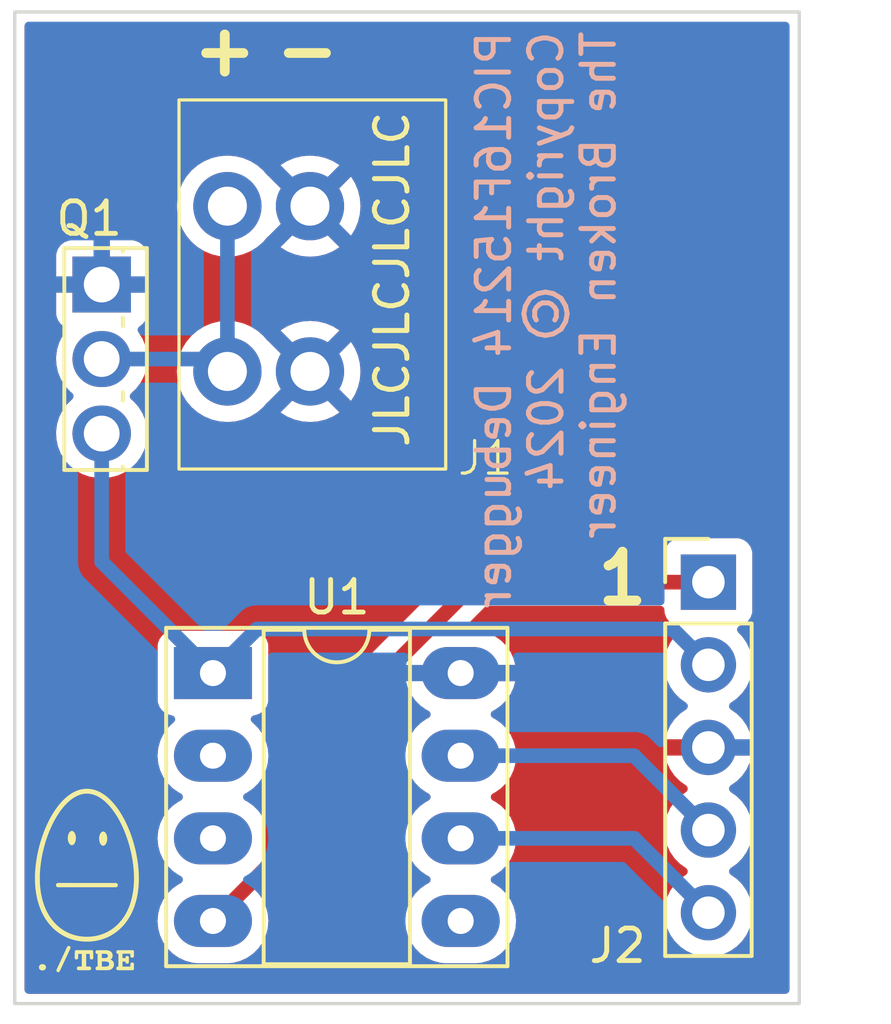
<source format=kicad_pcb>
(kicad_pcb (version 20221018) (generator pcbnew)
  (title_block (title "PIC16F15214 Programmer/Debugger") (rev "1.0-A"))
  (layers (0 "F.Cu" signal) (31 "B.Cu" signal) (34 "B.Paste" user) (35 "F.Paste" user) (36 "B.SilkS" user "B.Silkscreen") (37 "F.SilkS" user "F.Silkscreen") (38 "B.Mask" user) (39 "F.Mask" user) (44 "Edge.Cuts" user))
  (net 0 "")
  (net 1 "+5V")
  (net 2 "GND")
  (net 3 "/~{NMCLR}")
  (net 4 "/PDG")
  (net 5 "/PGC")
  (net 9 "/VIN_{5V}")
  (footprint "Footprints:5-Pin-Header" (layer "F.Cu") (at 154.701129 100.076)
    (fp_text reference "J2" (at -2.794 11.176) (layer "F.SilkS"))
    (fp_text value "5-Pin-Header")
    (fp_line (start -1.33 -1.33) (end 0 -1.33) (stroke (width 0.12)) (layer "F.SilkS"))
    (fp_line (start -1.33 0) (end -1.33 -1.33) (stroke (width 0.12)) (layer "F.SilkS"))
    (fp_line (start -1.33 1.27) (end -1.33 11.49) (stroke (width 0.12)) (layer "F.SilkS"))
    (fp_line (start -1.33 1.27) (end 1.33 1.27) (stroke (width 0.12)) (layer "F.SilkS"))
    (fp_line (start -1.33 11.49) (end 1.33 11.49) (stroke (width 0.12)) (layer "F.SilkS"))
    (fp_line (start 1.33 1.27) (end 1.33 11.49) (stroke (width 0.12)) (layer "F.SilkS"))
    (pad "1" thru_hole rect (at 0 0) (size 1.7 1.7) (drill 1) (layers "*.Cu" "*.Mask") (net 3 "/~{NMCLR}"))
    (pad "2" thru_hole oval (at 0 2.54) (size 1.7 1.7) (drill 1) (layers "*.Cu" "*.Mask") (net 1 "+5V"))
    (pad "3" thru_hole oval (at 0 5.08) (size 1.7 1.7) (drill 1) (layers "*.Cu" "*.Mask") (net 2 "GND"))
    (pad "4" thru_hole oval (at 0 7.62) (size 1.7 1.7) (drill 1) (layers "*.Cu" "*.Mask") (net 4 "/PDG"))
    (pad "5" thru_hole oval (at 0 10.16) (size 1.7 1.7) (drill 1) (layers "*.Cu" "*.Mask") (net 5 "/PGC"))
  )
  (footprint "Footprints:DIP-8_W7.62mm_Socket_Wire_Wrap" (layer "F.Cu") (at 139.461129 102.87)
    (fp_text reference "U1" (at 3.81 -2.33) (layer "F.SilkS"))
    (fp_text value "PIC16F15214")
    (fp_line (start -1.44 -1.39) (end -1.44 9.01) (stroke (width 0.12)) (layer "F.SilkS"))
    (fp_line (start -1.44 9.01) (end 9.06 9.01) (stroke (width 0.12)) (layer "F.SilkS"))
    (fp_line (start 1.56 -1.33) (end 1.56 8.95) (stroke (width 0.12)) (layer "F.SilkS"))
    (fp_line (start 1.56 8.95) (end 6.06 8.95) (stroke (width 0.12)) (layer "F.SilkS"))
    (fp_line (start 2.81 -1.33) (end 1.56 -1.33) (stroke (width 0.12)) (layer "F.SilkS"))
    (fp_line (start 6.06 -1.33) (end 4.81 -1.33) (stroke (width 0.12)) (layer "F.SilkS"))
    (fp_line (start 6.06 8.95) (end 6.06 -1.33) (stroke (width 0.12)) (layer "F.SilkS"))
    (fp_line (start 9.06 -1.39) (end -1.44 -1.39) (stroke (width 0.12)) (layer "F.SilkS"))
    (fp_line (start 9.06 9.01) (end 9.06 -1.39) (stroke (width 0.12)) (layer "F.SilkS"))
    (fp_arc (start 4.81 -1.33) (mid 3.81 -0.33) (end 2.81 -1.33) (stroke (width 0.12)) (layer "F.SilkS"))
    (pad "1" thru_hole rect (at 0 0) (size 2.4 1.6) (drill 0.8) (layers "*.Cu" "*.Mask") (net 1 "+5V"))
    (pad "2" thru_hole oval (at 0 2.54) (size 2.4 1.6) (drill 0.8) (layers "*.Cu" "*.Mask"))
    (pad "3" thru_hole oval (at 0 5.08) (size 2.4 1.6) (drill 0.8) (layers "*.Cu" "*.Mask"))
    (pad "4" thru_hole oval (at 0 7.62) (size 2.4 1.6) (drill 0.8) (layers "*.Cu" "*.Mask") (net 3 "/~{NMCLR}"))
    (pad "5" thru_hole oval (at 7.62 7.62) (size 2.4 1.6) (drill 0.8) (layers "*.Cu" "*.Mask"))
    (pad "6" thru_hole oval (at 7.62 5.08) (size 2.4 1.6) (drill 0.8) (layers "*.Cu" "*.Mask") (net 5 "/PGC"))
    (pad "7" thru_hole oval (at 7.62 2.54) (size 2.4 1.6) (drill 0.8) (layers "*.Cu" "*.Mask") (net 4 "/PDG"))
    (pad "8" thru_hole oval (at 7.62 0) (size 2.4 1.6) (drill 0.8) (layers "*.Cu" "*.Mask") (net 2 "GND"))
  )
  (footprint "Footprints:AOI21357" (layer "F.Cu") (at 136.039129 90.928 -90)
    (fp_text reference "Q1" (at -2.028 0.388 -180) (layer "F.SilkS"))
    (fp_text value "AOI21357")
    (fp_line (start -1.12 -1.39) (end -1.12 1.15) (stroke (width 0.12)) (layer "F.SilkS"))
    (fp_line (start -1.12 -1.39) (end 5.7 -1.39) (stroke (width 0.12)) (layer "F.SilkS"))
    (fp_line (start -1.12 -0.651) (end -1.009 -0.651) (stroke (width 0.12)) (layer "F.SilkS"))
    (fp_line (start -1.12 1.15) (end 5.7 1.15) (stroke (width 0.12)) (layer "F.SilkS"))
    (fp_line (start 1.009 -0.651) (end 1.282 -0.651) (stroke (width 0.12)) (layer "F.SilkS"))
    (fp_line (start 3.299 -0.651) (end 3.572 -0.651) (stroke (width 0.12)) (layer "F.SilkS"))
    (fp_line (start 5.589 -0.651) (end 5.7 -0.651) (stroke (width 0.12)) (layer "F.SilkS"))
    (fp_line (start 5.7 -1.39) (end 5.7 1.15) (stroke (width 0.12)) (layer "F.SilkS"))
    (pad "1" thru_hole rect (at 0 0 270) (size 1.7175 1.8) (drill 1.1) (layers "*.Cu" "*.Mask") (net 2 "GND"))
    (pad "2" thru_hole oval (at 2.29 0 270) (size 1.7175 1.8) (drill 1.1) (layers "*.Cu" "*.Mask") (net 9 "/VIN_{5V}"))
    (pad "3" thru_hole oval (at 4.58 0 270) (size 1.7175 1.8) (drill 1.1) (layers "*.Cu" "*.Mask") (net 1 "+5V"))
  )
  (footprint "Footprints:TBE Logo Small" (layer "F.Cu") (at 135.397129 109.728)
    (fp_text reference "G***" hide)
    (fp_text value "LOGO" hide)
    (fp_poly (pts (xy -1.171465 2.088268) (xy -1.157068 2.08959) (xy -1.146514 2.091656) (xy -1.128329 2.097954) (xy -1.112432 2.106649) (xy -1.098961 2.117581) (xy -1.088051 2.13059) (xy -1.079839 2.145516) (xy -1.07446 2.1622) (xy -1.072141 2.178803) (xy -1.072558 2.197578) (xy -1.076081 2.215065) (xy -1.082573 2.231063) (xy -1.091899 2.245369) (xy -1.103924 2.257782) (xy -1.11851 2.268099) (xy -1.135524 2.276117) (xy -1.138157 2.277068) (xy -1.144728 2.279227) (xy -1.150476 2.280714) (xy -1.156391 2.281675) (xy -1.163462 2.282259) (xy -1.172681 2.282614) (xy -1.175831 2.282694) (xy -1.190799 2.282708) (xy -1.202434 2.281967) (xy -1.209158 2.280875) (xy -1.227626 2.275097) (xy -1.244027 2.266837) (xy -1.258176 2.256266) (xy -1.269887 2.243558) (xy -1.278978 2.228887) (xy -1.285262 2.212425) (xy -1.286262 2.208528) (xy -1.287927 2.197477) (xy -1.288348 2.184829) (xy -1.287587 2.171886) (xy -1.285705 2.159947) (xy -1.283637 2.152557) (xy -1.276295 2.136915) (xy -1.266148 2.123002) (xy -1.253464 2.111052) (xy -1.238513 2.1013) (xy -1.221563 2.09398) (xy -1.213944 2.091696) (xy -1.201219 2.089322) (xy -1.186621 2.088179)) (fill solid) (layer "F.SilkS"))
    (fp_poly (pts (xy 0.698682 -1.987949) (xy 0.713558 -1.983961) (xy 0.728018 -1.97691) (xy 0.741903 -1.966883) (xy 0.75505 -1.953967) (xy 0.767296 -1.938248) (xy 0.77848 -1.919813) (xy 0.78288 -1.911161) (xy 0.792248 -1.888824) (xy 0.80009 -1.864044) (xy 0.80621 -1.837525) (xy 0.810011 -1.813354) (xy 0.810894 -1.80334) (xy 0.811452 -1.790844) (xy 0.811694 -1.776788) (xy 0.811626 -1.762092) (xy 0.811255 -1.747677) (xy 0.810588 -1.734463) (xy 0.809631 -1.723372) (xy 0.809315 -1.720787) (xy 0.804824 -1.694491) (xy 0.798619 -1.669704) (xy 0.790831 -1.646644) (xy 0.781587 -1.625526) (xy 0.771018 -1.606567) (xy 0.759252 -1.589985) (xy 0.746419 -1.575995) (xy 0.732647 -1.564815) (xy 0.718066 -1.556661) (xy 0.709629 -1.553508) (xy 0.699269 -1.551251) (xy 0.687878 -1.550302) (xy 0.676825 -1.550693) (xy 0.667484 -1.552454) (xy 0.667296 -1.552513) (xy 0.651688 -1.559158) (xy 0.636904 -1.568959) (xy 0.623076 -1.581721) (xy 0.610332 -1.597255) (xy 0.598805 -1.615366) (xy 0.588623 -1.635864) (xy 0.579917 -1.658556) (xy 0.572818 -1.68325) (xy 0.569978 -1.695962) (xy 0.565141 -1.726413) (xy 0.562872 -1.757133) (xy 0.563111 -1.787731) (xy 0.565796 -1.817817) (xy 0.570867 -1.847001) (xy 0.578263 -1.874893) (xy 0.587924 -1.901102) (xy 0.599788 -1.925238) (xy 0.607712 -1.93822) (xy 0.614816 -1.947663) (xy 0.623567 -1.957302) (xy 0.63316 -1.966384) (xy 0.642792 -1.974158) (xy 0.651658 -1.979875) (xy 0.653191 -1.980667) (xy 0.668337 -1.986389) (xy 0.683555 -1.988787)) (fill solid) (layer "F.SilkS"))
    (fp_poly (pts (xy -0.264391 -2.004856) (xy -0.249603 -2.000745) (xy -0.235099 -1.993246) (xy -0.220831 -1.982348) (xy -0.214066 -1.97592) (xy -0.200724 -1.960253) (xy -0.188712 -1.941704) (xy -0.178156 -1.920589) (xy -0.169182 -1.897225) (xy -0.161915 -1.871928) (xy -0.156481 -1.845015) (xy -0.153658 -1.82371) (xy -0.152818 -1.811999) (xy -0.15242 -1.798114) (xy -0.152438 -1.78296) (xy -0.152847 -1.767441) (xy -0.15362 -1.752462) (xy -0.154732 -1.738927) (xy -0.156158 -1.727742) (xy -0.156428 -1.726147) (xy -0.162333 -1.698704) (xy -0.169963 -1.672938) (xy -0.179148 -1.64934) (xy -0.18972 -1.628399) (xy -0.190928 -1.626333) (xy -0.199085 -1.614312) (xy -0.208953 -1.602527) (xy -0.219815 -1.591681) (xy -0.230956 -1.58248) (xy -0.241659 -1.575626) (xy -0.243385 -1.574744) (xy -0.249934 -1.571656) (xy -0.255125 -1.569679) (xy -0.260168 -1.568533) (xy -0.26627 -1.567937) (xy -0.274148 -1.567628) (xy -0.283744 -1.567555) (xy -0.290973 -1.568046) (xy -0.296854 -1.569202) (xy -0.299962 -1.570186) (xy -0.315507 -1.577506) (xy -0.330143 -1.587942) (xy -0.343755 -1.601281) (xy -0.356227 -1.617313) (xy -0.367443 -1.635829) (xy -0.377286 -1.656616) (xy -0.385641 -1.679464) (xy -0.392392 -1.704164) (xy -0.397421 -1.730504) (xy -0.40005 -1.751783) (xy -0.400961 -1.765878) (xy -0.401285 -1.781938) (xy -0.401052 -1.798888) (xy -0.400294 -1.815651) (xy -0.399042 -1.831152) (xy -0.397368 -1.844072) (xy -0.392052 -1.87006) (xy -0.384889 -1.89515) (xy -0.376123 -1.918623) (xy -0.366 -1.939761) (xy -0.362957 -1.945161) (xy -0.355043 -1.957037) (xy -0.345527 -1.968661) (xy -0.335083 -1.979362) (xy -0.324384 -1.988471) (xy -0.314103 -1.995316) (xy -0.310929 -1.996958) (xy -0.295007 -2.002952) (xy -0.27951 -2.005588)) (fill solid) (layer "F.SilkS"))
    (fp_poly (pts (xy 0.190559 -0.406369) (xy 1.089523 -0.405901) (xy 1.100632 -0.400456) (xy 1.113991 -0.392215) (xy 1.124613 -0.381927) (xy 1.132506 -0.369584) (xy 1.136475 -0.359508) (xy 1.139318 -0.346922) (xy 1.139538 -0.335174) (xy 1.137138 -0.322915) (xy 1.136565 -0.32099) (xy 1.130574 -0.306947) (xy 1.121937 -0.295063) (xy 1.110638 -0.285322) (xy 1.099432 -0.278947) (xy 1.089523 -0.274304) (xy 0.189705 -0.273969) (xy 0.123459 -0.273945) (xy 0.060545 -0.273922) (xy 0.000874 -0.273901) (xy -0.055639 -0.273883) (xy -0.109082 -0.273867) (xy -0.159542 -0.273855) (xy -0.207105 -0.273845) (xy -0.251859 -0.273839) (xy -0.293891 -0.273837) (xy -0.333288 -0.273838) (xy -0.370136 -0.273845) (xy -0.404522 -0.273855) (xy -0.436534 -0.273871) (xy -0.466259 -0.273891) (xy -0.493783 -0.273918) (xy -0.519194 -0.273949) (xy -0.542578 -0.273987) (xy -0.564022 -0.274032) (xy -0.583614 -0.274082) (xy -0.60144 -0.27414) (xy -0.617587 -0.274205) (xy -0.632143 -0.274277) (xy -0.645194 -0.274357) (xy -0.656827 -0.274445) (xy -0.667129 -0.274541) (xy -0.676188 -0.274646) (xy -0.68409 -0.27476) (xy -0.690921 -0.274883) (xy -0.69677 -0.275015) (xy -0.701723 -0.275157) (xy -0.705867 -0.275308) (xy -0.709289 -0.275471) (xy -0.712076 -0.275643) (xy -0.714314 -0.275827) (xy -0.716092 -0.276021) (xy -0.717496 -0.276227) (xy -0.718612 -0.276445) (xy -0.719528 -0.276675) (xy -0.720331 -0.276917) (xy -0.720368 -0.276928) (xy -0.727721 -0.279959) (xy -0.735303 -0.284105) (xy -0.739058 -0.286663) (xy -0.749753 -0.296748) (xy -0.757656 -0.308227) (xy -0.762839 -0.320677) (xy -0.765373 -0.333677) (xy -0.765327 -0.346805) (xy -0.762771 -0.359638) (xy -0.757776 -0.371754) (xy -0.750412 -0.382733) (xy -0.74075 -0.39215) (xy -0.72886 -0.399585) (xy -0.719639 -0.403261) (xy -0.708404 -0.406837)) (fill solid) (layer "F.SilkS"))
    (fp_poly (pts (xy -0.359519 1.530622) (xy -0.35117 1.533677) (xy -0.338236 1.541108) (xy -0.32832 1.550117) (xy -0.321465 1.560594) (xy -0.317718 1.572429) (xy -0.317124 1.585512) (xy -0.319728 1.599733) (xy -0.321655 1.605658) (xy -0.322746 1.608224) (xy -0.325204 1.613713) (xy -0.328949 1.621951) (xy -0.3339 1.632763) (xy -0.339975 1.645978) (xy -0.347095 1.661421) (xy -0.355177 1.678919) (xy -0.364142 1.698297) (xy -0.373908 1.719383) (xy -0.384395 1.742003) (xy -0.395521 1.765983) (xy -0.407206 1.79115) (xy -0.419369 1.81733) (xy -0.43193 1.844349) (xy -0.444806 1.872035) (xy -0.457918 1.900212) (xy -0.471184 1.928709) (xy -0.484525 1.95735) (xy -0.497857 1.985963) (xy -0.511102 2.014375) (xy -0.524178 2.04241) (xy -0.537005 2.069896) (xy -0.5495 2.09666) (xy -0.561584 2.122527) (xy -0.573176 2.147324) (xy -0.584195 2.170878) (xy -0.59456 2.193015) (xy -0.604189 2.213561) (xy -0.613003 2.232342) (xy -0.620921 2.249186) (xy -0.627861 2.263918) (xy -0.633742 2.276365) (xy -0.638485 2.286354) (xy -0.642007 2.29371) (xy -0.644229 2.298261) (xy -0.644691 2.299172) (xy -0.64899 2.306671) (xy -0.653986 2.314224) (xy -0.658694 2.320357) (xy -0.6593 2.321048) (xy -0.667865 2.329146) (xy -0.67663 2.334229) (xy -0.686356 2.33657) (xy -0.697806 2.336443) (xy -0.701055 2.336053) (xy -0.712405 2.333159) (xy -0.723512 2.327926) (xy -0.733557 2.320912) (xy -0.741721 2.312676) (xy -0.746656 2.304951) (xy -0.749833 2.296511) (xy -0.751243 2.287837) (xy -0.750831 2.278375) (xy -0.748545 2.26757) (xy -0.744332 2.254869) (xy -0.741068 2.246616) (xy -0.739809 2.243766) (xy -0.737184 2.237997) (xy -0.733279 2.229488) (xy -0.728174 2.218416) (xy -0.721955 2.204959) (xy -0.714703 2.189296) (xy -0.706501 2.171604) (xy -0.697433 2.152062) (xy -0.687581 2.130847) (xy -0.677029 2.108138) (xy -0.665858 2.084112) (xy -0.654154 2.058948) (xy -0.641997 2.032823) (xy -0.629471 2.005916) (xy -0.61666 1.978404) (xy -0.603646 1.950466) (xy -0.590511 1.922279) (xy -0.57734 1.894022) (xy -0.564215 1.865872) (xy -0.551219 1.838008) (xy -0.538435 1.810607) (xy -0.525945 1.783848) (xy -0.513834 1.757909) (xy -0.502183 1.732967) (xy -0.491076 1.7092) (xy -0.480596 1.686787) (xy -0.470825 1.665906) (xy -0.461847 1.646734) (xy -0.453745 1.62945) (xy -0.446601 1.614231) (xy -0.440499 1.601256) (xy -0.435522 1.590703) (xy -0.431751 1.582749) (xy -0.429272 1.577573) (xy -0.4288 1.576605) (xy -0.420916 1.561595) (xy -0.413414 1.549696) (xy -0.406014 1.540664) (xy -0.398432 1.534257) (xy -0.390386 1.530232) (xy -0.381595 1.528346) (xy -0.372644 1.528288)) (fill solid) (layer "F.SilkS"))
    (fp_poly (pts (xy 0.015284 1.657985) (xy 0.0443 1.658027) (xy 0.07643 1.658086) (xy 0.104252 1.658142) (xy 0.137922 1.658212) (xy 0.168344 1.658277) (xy 0.195691 1.658343) (xy 0.220134 1.658409) (xy 0.241842 1.658481) (xy 0.260989 1.658559) (xy 0.277745 1.658648) (xy 0.29228 1.658749) (xy 0.304767 1.658865) (xy 0.315376 1.659) (xy 0.324279 1.659154) (xy 0.331646 1.659332) (xy 0.33765 1.659537) (xy 0.34246 1.659769) (xy 0.346249 1.660033) (xy 0.349187 1.660332) (xy 0.351445 1.660666) (xy 0.353195 1.661041) (xy 0.354608 1.661457) (xy 0.355856 1.661918) (xy 0.356295 1.662095) (xy 0.362709 1.665435) (xy 0.367687 1.669913) (xy 0.371475 1.676015) (xy 0.374322 1.684228) (xy 0.376476 1.695038) (xy 0.37765 1.703929) (xy 0.378117 1.709295) (xy 0.378634 1.717462) (xy 0.379188 1.728019) (xy 0.379766 1.740553) (xy 0.380354 1.754654) (xy 0.380941 1.76991) (xy 0.381511 1.785909) (xy 0.382053 1.80224) (xy 0.382554 1.818493) (xy 0.382999 1.834254) (xy 0.383377 1.849113) (xy 0.383673 1.862659) (xy 0.383876 1.874479) (xy 0.383971 1.884164) (xy 0.383946 1.8913) (xy 0.383787 1.895477) (xy 0.383762 1.895731) (xy 0.381865 1.907696) (xy 0.378971 1.917129) (xy 0.374747 1.924852) (xy 0.369399 1.931153) (xy 0.360705 1.93796) (xy 0.350447 1.942368) (xy 0.338229 1.944496) (xy 0.324331 1.944504) (xy 0.310971 1.942775) (xy 0.300305 1.939259) (xy 0.291955 1.933667) (xy 0.285543 1.92571) (xy 0.280691 1.915099) (xy 0.279053 1.909871) (xy 0.278153 1.904982) (xy 0.277312 1.896888) (xy 0.276527 1.885538) (xy 0.275794 1.870882) (xy 0.275111 1.85287) (xy 0.274963 1.848345) (xy 0.27451 1.834646) (xy 0.274043 1.82155) (xy 0.273582 1.809585) (xy 0.27315 1.799279) (xy 0.272767 1.791162) (xy 0.272457 1.785761) (xy 0.272375 1.784682) (xy 0.271468 1.774001) (xy 0.217768 1.774001) (xy 0.164069 1.774001) (xy 0.164069 1.967124) (xy 0.164069 2.160247) (xy 0.209786 2.1603) (xy 0.222721 2.160376) (xy 0.235216 2.160561) (xy 0.246654 2.160838) (xy 0.256418 2.161189) (xy 0.263891 2.161596) (xy 0.267896 2.161963) (xy 0.282342 2.165042) (xy 0.294129 2.17023) (xy 0.303327 2.177607) (xy 0.310002 2.187251) (xy 0.314224 2.199243) (xy 0.316059 2.213662) (xy 0.316155 2.218467) (xy 0.314996 2.233756) (xy 0.311597 2.246652) (xy 0.305996 2.257068) (xy 0.298232 2.264914) (xy 0.295044 2.267018) (xy 0.292466 2.268507) (xy 0.289971 2.269831) (xy 0.287353 2.270997) (xy 0.284403 2.272016) (xy 0.280913 2.272898) (xy 0.276676 2.273651) (xy 0.271484 2.274286) (xy 0.265128 2.274813) (xy 0.257401 2.275241) (xy 0.248095 2.275579) (xy 0.237002 2.275838) (xy 0.223915 2.276026) (xy 0.208625 2.276155) (xy 0.190925 2.276232) (xy 0.170606 2.276268) (xy 0.147461 2.276273) (xy 0.121282 2.276257) (xy 0.096561 2.276233) (xy 0.072754 2.276195) (xy 0.0498 2.276133) (xy 0.027944 2.276049) (xy 0.007431 2.275945) (xy -0.011492 2.275822) (xy -0.028579 2.275684) (xy -0.043585 2.275532) (xy -0.056265 2.275368) (xy -0.066373 2.275194) (xy -0.073662 2.275013) (xy -0.077888 2.274826) (xy -0.078716 2.274742) (xy -0.089602 2.271874) (xy -0.099565 2.267341) (xy -0.107582 2.261652) (xy -0.110052 2.259123) (xy -0.115302 2.251422) (xy -0.118821 2.242334) (xy -0.120777 2.231246) (xy -0.121343 2.218469) (xy -0.120776 2.205226) (xy -0.118957 2.194586) (xy -0.115713 2.185909) (xy -0.110871 2.178555) (xy -0.110347 2.177933) (xy -0.106089 2.173592) (xy -0.10119 2.169993) (xy -0.095315 2.167072) (xy -0.088126 2.164766) (xy -0.079285 2.163013) (xy -0.068457 2.161748) (xy -0.055302 2.160908) (xy -0.039486 2.160431) (xy -0.020669 2.160253) (xy -0.016113 2.160247) (xy 0.029054 2.160247) (xy 0.029054 1.967124) (xy 0.029054 1.774001) (xy -0.024553 1.774001) (xy -0.078159 1.774001) (xy -0.079221 1.800064) (xy -0.079601 1.810065) (xy -0.080028 1.822451) (xy -0.08047 1.836186) (xy -0.080892 1.850239) (xy -0.081263 1.863575) (xy -0.081289 1.864581) (xy -0.081744 1.879593) (xy -0.082309 1.891652) (xy -0.083091 1.901221) (xy -0.084197 1.908764) (xy -0.085733 1.914745) (xy -0.087807 1.919628) (xy -0.090525 1.923878) (xy -0.093993 1.927959) (xy -0.096451 1.930491) (xy -0.104599 1.937365) (xy -0.113251 1.941854) (xy -0.123176 1.944207) (xy -0.135141 1.944675) (xy -0.13934 1.944479) (xy -0.153702 1.94239) (xy -0.165548 1.938011) (xy -0.174986 1.931243) (xy -0.182123 1.921989) (xy -0.187067 1.910148) (xy -0.189563 1.898415) (xy -0.189763 1.894892) (xy -0.189833 1.888352) (xy -0.189785 1.879197) (xy -0.189631 1.867826) (xy -0.189382 1.854638) (xy -0.189052 1.840032) (xy -0.188652 1.824409) (xy -0.188193 1.808167) (xy -0.187689 1.791708) (xy -0.18715 1.775429) (xy -0.18659 1.759731) (xy -0.18602 1.745013) (xy -0.185452 1.731675) (xy -0.184899 1.720117) (xy -0.184371 1.710737) (xy -0.183882 1.703936) (xy -0.183625 1.701366) (xy -0.181427 1.688071) (xy -0.178346 1.677843) (xy -0.174265 1.670416) (xy -0.169069 1.665526) (xy -0.167505 1.66463) (xy -0.165589 1.663686) (xy -0.163606 1.662831) (xy -0.161388 1.662062) (xy -0.158766 1.661373) (xy -0.155569 1.660762) (xy -0.151629 1.660224) (xy -0.146776 1.659754) (xy -0.140841 1.65935) (xy -0.133655 1.659006) (xy -0.125047 1.658719) (xy -0.11485 1.658485) (xy -0.102893 1.6583) (xy -0.089007 1.658159) (xy -0.073023 1.658059) (xy -0.054771 1.657996) (xy -0.034082 1.657965) (xy -0.010787 1.657963)) (fill solid) (layer "F.SilkS"))
    (fp_poly (pts (xy 0.722764 1.659738) (xy 0.744454 1.659835) (xy 0.762807 1.659995) (xy 0.777846 1.660219) (xy 0.789591 1.660507) (xy 0.798061 1.660859) (xy 0.802402 1.661177) (xy 0.831821 1.665309) (xy 0.858644 1.671524) (xy 0.882844 1.679806) (xy 0.904393 1.69014) (xy 0.923261 1.702508) (xy 0.939422 1.716897) (xy 0.952847 1.733289) (xy 0.963151 1.750928) (xy 0.969908 1.766957) (xy 0.974634 1.783391) (xy 0.977562 1.801209) (xy 0.978747 1.816727) (xy 0.978604 1.839287) (xy 0.975965 1.859819) (xy 0.970745 1.87872) (xy 0.962854 1.896387) (xy 0.960181 1.901123) (xy 0.953008 1.911488) (xy 0.943762 1.922248) (xy 0.93346 1.932339) (xy 0.923122 1.940696) (xy 0.920763 1.942316) (xy 0.910946 1.948796) (xy 0.923861 1.95441) (xy 0.938618 1.961268) (xy 0.950966 1.968108) (xy 0.961854 1.975557) (xy 0.972232 1.98424) (xy 0.979363 1.991051) (xy 0.991172 2.003949) (xy 1.000327 2.016781) (xy 1.007416 2.030563) (xy 1.013026 2.046314) (xy 1.014674 2.052194) (xy 1.016424 2.059227) (xy 1.017651 2.065513) (xy 1.018448 2.071953) (xy 1.018906 2.079449) (xy 1.019119 2.088901) (xy 1.019167 2.096158) (xy 1.018847 2.112681) (xy 1.017652 2.126824) (xy 1.015406 2.13955) (xy 1.011938 2.151824) (xy 1.007073 2.164611) (xy 1.006673 2.165555) (xy 0.996531 2.185194) (xy 0.983479 2.203692) (xy 0.967939 2.220687) (xy 0.950328 2.235817) (xy 0.931068 2.24872) (xy 0.910576 2.259033) (xy 0.890239 2.266132) (xy 0.884986 2.267566) (xy 0.880135 2.268841) (xy 0.875462 2.269966) (xy 0.870742 2.270952) (xy 0.86575 2.27181) (xy 0.86026 2.272548) (xy 0.854048 2.273177) (xy 0.846888 2.273707) (xy 0.838557 2.274148) (xy 0.828828 2.27451) (xy 0.817477 2.274803) (xy 0.80428 2.275037) (xy 0.78901 2.275222) (xy 0.771443 2.275369) (xy 0.751354 2.275486) (xy 0.728517 2.275585) (xy 0.702709 2.275675) (xy 0.674222 2.275765) (xy 0.645379 2.275848) (xy 0.619758 2.275905) (xy 0.597163 2.275935) (xy 0.577399 2.275935) (xy 0.56027 2.275903) (xy 0.545581 2.275838) (xy 0.533135 2.275737) (xy 0.522736 2.275599) (xy 0.51419 2.275421) (xy 0.507301 2.275202) (xy 0.501871 2.274939) (xy 0.497707 2.274631) (xy 0.494612 2.274275) (xy 0.492576 2.273911) (xy 0.479927 2.269925) (xy 0.469869 2.264054) (xy 0.462269 2.256111) (xy 0.456996 2.245909) (xy 0.453917 2.233262) (xy 0.4529 2.217982) (xy 0.4529 2.217727) (xy 0.454183 2.202747) (xy 0.458 2.190024) (xy 0.464298 2.179617) (xy 0.473024 2.171584) (xy 0.484128 2.165984) (xy 0.497558 2.162873) (xy 0.502216 2.162422) (xy 0.516135 2.161468) (xy 0.516135 2.006432) (xy 0.646023 2.006432) (xy 0.646023 2.086125) (xy 0.646023 2.165818) (xy 0.707976 2.16485) (xy 0.722874 2.164571) (xy 0.737267 2.164215) (xy 0.750654 2.163802) (xy 0.762534 2.163348) (xy 0.772408 2.162875) (xy 0.779775 2.162399) (xy 0.783602 2.16202) (xy 0.804708 2.158307) (xy 0.822737 2.153289) (xy 0.837806 2.146875) (xy 0.850032 2.138976) (xy 0.859533 2.129503) (xy 0.866425 2.118365) (xy 0.870827 2.105474) (xy 0.872621 2.093979) (xy 0.872657 2.078593) (xy 0.870125 2.06398) (xy 0.865211 2.050738) (xy 0.858101 2.039466) (xy 0.854542 2.0355) (xy 0.847466 2.029464) (xy 0.838989 2.02423) (xy 0.828893 2.019758) (xy 0.816956 2.016008) (xy 0.802958 2.01294) (xy 0.78668 2.010515) (xy 0.767899 2.008693) (xy 0.746398 2.007435) (xy 0.721954 2.006699) (xy 0.694348 2.006448) (xy 0.693449 2.006447) (xy 0.646023 2.006432) (xy 0.516135 2.006432) (xy 0.516135 1.967954) (xy 0.516135 1.77444) (xy 0.502889 1.773638) (xy 0.488912 1.771606) (xy 0.486186 1.770582) (xy 0.646023 1.770582) (xy 0.646023 1.836381) (xy 0.646023 1.90218) (xy 0.687468 1.902162) (xy 0.700486 1.902079) (xy 0.713691 1.901858) (xy 0.726264 1.901521) (xy 0.737387 1.901093) (xy 0.746242 1.900597) (xy 0.748996 1.900382) (xy 0.767869 1.898136) (xy 0.783728 1.894899) (xy 0.796869 1.890535) (xy 0.807586 1.884911) (xy 0.816176 1.877889) (xy 0.822933 1.869335) (xy 0.825199 1.865435) (xy 0.827154 1.861501) (xy 0.828452 1.857878) (xy 0.829228 1.853721) (xy 0.829613 1.848185) (xy 0.829739 1.840425) (xy 0.829747 1.836381) (xy 0.829428 1.824515) (xy 0.828312 1.815256) (xy 0.826153 1.807838) (xy 0.822707 1.801497) (xy 0.817733 1.795465) (xy 0.816235 1.793929) (xy 0.810201 1.788654) (xy 0.80329 1.784179) (xy 0.795208 1.780448) (xy 0.785664 1.777408) (xy 0.774364 1.775003) (xy 0.761015 1.77318) (xy 0.745325 1.771883) (xy 0.727001 1.771058) (xy 0.70575 1.770651) (xy 0.690886 1.770584) (xy 0.646023 1.770582) (xy 0.486186 1.770582) (xy 0.477349 1.767263) (xy 0.467972 1.760464) (xy 0.460552 1.751067) (xy 0.457358 1.745033) (xy 0.455755 1.741026) (xy 0.454702 1.736734) (xy 0.454094 1.731319) (xy 0.453826 1.723946) (xy 0.453783 1.716747) (xy 0.453874 1.707531) (xy 0.454209 1.700845) (xy 0.454911 1.695804) (xy 0.456101 1.69152) (xy 0.457865 1.687192) (xy 0.464101 1.677315) (xy 0.472891 1.66917) (xy 0.483435 1.663438) (xy 0.485009 1.662894) (xy 0.486902 1.662415) (xy 0.489337 1.661998) (xy 0.492537 1.661635) (xy 0.496729 1.661323) (xy 0.502136 1.661056) (xy 0.508982 1.660829) (xy 0.517492 1.660635) (xy 0.52789 1.660472) (xy 0.5404 1.660332) (xy 0.555247 1.66021) (xy 0.572655 1.660102) (xy 0.592849 1.660002) (xy 0.616053 1.659905) (xy 0.637478 1.659824) (xy 0.669297 1.659733) (xy 0.697719 1.659704)) (fill solid) (layer "F.SilkS"))
    (fp_poly (pts (xy 1.434437 1.659493) (xy 1.461739 1.659502) (xy 1.486139 1.659527) (xy 1.507808 1.659573) (xy 1.526918 1.659648) (xy 1.543642 1.659758) (xy 1.55815 1.65991) (xy 1.570615 1.660111) (xy 1.581208 1.660367) (xy 1.590102 1.660685) (xy 1.597468 1.661071) (xy 1.603479 1.661533) (xy 1.608305 1.662077) (xy 1.612119 1.662709) (xy 1.615093 1.663437) (xy 1.617398 1.664267) (xy 1.619207 1.665205) (xy 1.620691 1.666259) (xy 1.622023 1.667435) (xy 1.623373 1.668739) (xy 1.624 1.66934) (xy 1.626402 1.6717) (xy 1.628415 1.674063) (xy 1.630074 1.676741) (xy 1.631413 1.680042) (xy 1.632466 1.684278) (xy 1.633267 1.689758) (xy 1.633852 1.696793) (xy 1.634253 1.705693) (xy 1.634505 1.716768) (xy 1.634643 1.730327) (xy 1.634701 1.746682) (xy 1.634712 1.766143) (xy 1.634712 1.76631) (xy 1.634703 1.784746) (xy 1.634666 1.800106) (xy 1.63459 1.812735) (xy 1.634461 1.822976) (xy 1.634267 1.83117) (xy 1.633995 1.837662) (xy 1.633632 1.842794) (xy 1.633166 1.84691) (xy 1.632583 1.850353) (xy 1.631872 1.853465) (xy 1.63142 1.855167) (xy 1.626617 1.866762) (xy 1.619341 1.876153) (xy 1.609829 1.883217) (xy 1.59832 1.887833) (xy 1.585049 1.889877) (xy 1.570255 1.889229) (xy 1.566303 1.888625) (xy 1.553804 1.885456) (xy 1.543991 1.880612) (xy 1.536412 1.873771) (xy 1.530616 1.864614) (xy 1.529724 1.862687) (xy 1.527363 1.856209) (xy 1.525552 1.848471) (xy 1.52424 1.839023) (xy 1.523378 1.827418) (xy 1.522917 1.813207) (xy 1.522803 1.800064) (xy 1.522769 1.768873) (xy 1.402281 1.768873) (xy 1.281792 1.768873) (xy 1.281792 1.835527) (xy 1.281792 1.90218) (xy 1.326837 1.90218) (xy 1.371881 1.90218) (xy 1.372996 1.889789) (xy 1.37544 1.874422) (xy 1.379786 1.861844) (xy 1.386093 1.851967) (xy 1.394416 1.844705) (xy 1.404813 1.839969) (xy 1.405543 1.839752) (xy 1.415589 1.837884) (xy 1.426857 1.837441) (xy 1.43805 1.838363) (xy 1.44787 1.840592) (xy 1.451141 1.841844) (xy 1.460667 1.847725) (xy 1.469064 1.855974) (xy 1.475279 1.865541) (xy 1.47556 1.866137) (xy 1.476403 1.868053) (xy 1.477104 1.870045) (xy 1.477677 1.872427) (xy 1.478133 1.875519) (xy 1.478487 1.879635) (xy 1.478752 1.885093) (xy 1.47894 1.892211) (xy 1.479064 1.901304) (xy 1.479138 1.91269) (xy 1.479175 1.926686) (xy 1.479187 1.943608) (xy 1.479188 1.954306) (xy 1.479184 1.97297) (xy 1.479164 1.988542) (xy 1.479114 2.001347) (xy 1.479019 2.011711) (xy 1.478866 2.019958) (xy 1.478642 2.026415) (xy 1.478333 2.031407) (xy 1.477925 2.03526) (xy 1.477403 2.038299) (xy 1.476756 2.040849) (xy 1.475968 2.043237) (xy 1.475362 2.044886) (xy 1.469631 2.056036) (xy 1.461726 2.064565) (xy 1.451633 2.070481) (xy 1.439337 2.073794) (xy 1.424822 2.074511) (xy 1.422945 2.074424) (xy 1.408829 2.072523) (xy 1.397236 2.068447) (xy 1.388033 2.062061) (xy 1.38109 2.053229) (xy 1.376272 2.041816) (xy 1.373448 2.027685) (xy 1.373 2.023275) (xy 1.371881 2.00985) (xy 1.326836 2.00985) (xy 1.281792 2.00985) (xy 1.281792 2.087612) (xy 1.281792 2.165375) (xy 1.402281 2.165375) (xy 1.522769 2.165375) (xy 1.522803 2.130766) (xy 1.523003 2.112665) (xy 1.523619 2.097591) (xy 1.524733 2.085169) (xy 1.526427 2.075026) (xy 1.528783 2.066786) (xy 1.531882 2.060076) (xy 1.535806 2.05452) (xy 1.540483 2.049876) (xy 1.547667 2.044868) (xy 1.555903 2.041502) (xy 1.56583 2.039621) (xy 1.578086 2.039069) (xy 1.584076 2.039195) (xy 1.592598 2.039595) (xy 1.598692 2.040205) (xy 1.603351 2.041235) (xy 1.607566 2.04289) (xy 1.611516 2.044931) (xy 1.620512 2.051407) (xy 1.62547 2.057383) (xy 1.627479 2.060664) (xy 1.629173 2.063868) (xy 1.630581 2.067305) (xy 1.631727 2.071285) (xy 1.63264 2.07612) (xy 1.633345 2.08212) (xy 1.63387 2.089596) (xy 1.63424 2.098859) (xy 1.634483 2.11022) (xy 1.634625 2.123989) (xy 1.634692 2.140476) (xy 1.634712 2.159994) (xy 1.634712 2.165375) (xy 1.634712 2.248264) (xy 1.63044 2.256807) (xy 1.625499 2.264393) (xy 1.619103 2.269695) (xy 1.610559 2.273183) (xy 1.604247 2.274577) (xy 1.601136 2.274819) (xy 1.594856 2.275043) (xy 1.585656 2.275248) (xy 1.573782 2.275435) (xy 1.559485 2.275604) (xy 1.543012 2.275755) (xy 1.524612 2.275887) (xy 1.504534 2.276001) (xy 1.483026 2.276096) (xy 1.460336 2.276174) (xy 1.436714 2.276233) (xy 1.412407 2.276273) (xy 1.387665 2.276296) (xy 1.362735 2.2763) (xy 1.337867 2.276286) (xy 1.313308 2.276253) (xy 1.289308 2.276203) (xy 1.266114 2.276134) (xy 1.243976 2.276046) (xy 1.223142 2.275941) (xy 1.20386 2.275817) (xy 1.186379 2.275675) (xy 1.170947 2.275515) (xy 1.157813 2.275336) (xy 1.147226 2.27514) (xy 1.139434 2.274925) (xy 1.134685 2.274691) (xy 1.133548 2.274571) (xy 1.120777 2.271015) (xy 1.110045 2.265069) (xy 1.101645 2.256971) (xy 1.095873 2.246957) (xy 1.094612 2.243328) (xy 1.093085 2.235502) (xy 1.092287 2.225616) (xy 1.092217 2.214951) (xy 1.092875 2.204786) (xy 1.09426 2.196402) (xy 1.094642 2.194988) (xy 1.099538 2.184196) (xy 1.107103 2.175356) (xy 1.11709 2.168638) (xy 1.129254 2.164214) (xy 1.142077 2.162319) (xy 1.155322 2.161517) (xy 1.155322 1.967978) (xy 1.155322 1.77444) (xy 1.14184 1.773659) (xy 1.127668 1.771522) (xy 1.115839 1.766899) (xy 1.106371 1.759811) (xy 1.099282 1.75028) (xy 1.094591 1.738328) (xy 1.092317 1.723973) (xy 1.092087 1.716993) (xy 1.092761 1.703308) (xy 1.094886 1.692244) (xy 1.098616 1.68326) (xy 1.103603 1.676359) (xy 1.111395 1.669341) (xy 1.120478 1.664486) (xy 1.131052 1.661413) (xy 1.133694 1.66111) (xy 1.138683 1.660836) (xy 1.146109 1.660589) (xy 1.156063 1.660369) (xy 1.168633 1.660176) (xy 1.183911 1.660009) (xy 1.201985 1.659866) (xy 1.222947 1.659748) (xy 1.246886 1.659653) (xy 1.273891 1.659581) (xy 1.304054 1.659531) (xy 1.337463 1.659502) (xy 1.370437 1.659494) (xy 1.40406 1.659492)) (fill solid) (layer "F.SilkS"))
    (fp_poly (pts (xy 0.23919 -3.300354) (xy 0.291126 -3.295209) (xy 0.293103 -3.294946) (xy 0.345426 -3.286191) (xy 0.39751 -3.274032) (xy 0.449343 -3.258472) (xy 0.500915 -3.239519) (xy 0.552215 -3.217177) (xy 0.603232 -3.191451) (xy 0.653955 -3.162348) (xy 0.704373 -3.129872) (xy 0.754475 -3.094029) (xy 0.804251 -3.054825) (xy 0.846837 -3.018381) (xy 0.867814 -2.999259) (xy 0.890228 -2.977906) (xy 0.913537 -2.954877) (xy 0.937201 -2.930729) (xy 0.960677 -2.906017) (xy 0.983425 -2.881298) (xy 1.004902 -2.857126) (xy 1.012765 -2.848029) (xy 1.061946 -2.788411) (xy 1.11001 -2.725686) (xy 1.156901 -2.659998) (xy 1.202562 -2.591488) (xy 1.24694 -2.5203) (xy 1.289978 -2.446575) (xy 1.331621 -2.370456) (xy 1.371813 -2.292087) (xy 1.410499 -2.211608) (xy 1.447624 -2.129164) (xy 1.483131 -2.044896) (xy 1.516966 -1.958946) (xy 1.549073 -1.871458) (xy 1.579397 -1.782574) (xy 1.607881 -1.692437) (xy 1.634471 -1.601188) (xy 1.659112 -1.508971) (xy 1.681746 -1.415927) (xy 1.70232 -1.322201) (xy 1.720777 -1.227933) (xy 1.737063 -1.133267) (xy 1.751121 -1.038345) (xy 1.762896 -0.943309) (xy 1.7662 -0.912637) (xy 1.775292 -0.811923) (xy 1.781531 -0.712626) (xy 1.784922 -0.614793) (xy 1.785466 -0.518471) (xy 1.783169 -0.423708) (xy 1.778032 -0.330551) (xy 1.77006 -0.239047) (xy 1.759255 -0.149244) (xy 1.745621 -0.06119) (xy 1.729162 0.025068) (xy 1.709881 0.109483) (xy 1.687781 0.192007) (xy 1.687764 0.192065) (xy 1.664141 0.268641) (xy 1.638015 0.343193) (xy 1.609422 0.41567) (xy 1.578397 0.486022) (xy 1.544975 0.554196) (xy 1.509192 0.620142) (xy 1.471083 0.683808) (xy 1.430684 0.745144) (xy 1.388029 0.804099) (xy 1.343155 0.860621) (xy 1.296097 0.91466) (xy 1.246889 0.966163) (xy 1.195568 1.015081) (xy 1.142169 1.061362) (xy 1.086728 1.104955) (xy 1.029278 1.145809) (xy 1.025434 1.148397) (xy 0.965954 1.186252) (xy 0.904989 1.221033) (xy 0.842574 1.25273) (xy 0.778745 1.28133) (xy 0.713538 1.306821) (xy 0.646988 1.329191) (xy 0.579133 1.348428) (xy 0.510007 1.364519) (xy 0.439646 1.377452) (xy 0.368087 1.387217) (xy 0.297375 1.393661) (xy 0.285527 1.394365) (xy 0.271236 1.395024) (xy 0.255123 1.395625) (xy 0.237808 1.396156) (xy 0.219912 1.396602) (xy 0.202055 1.396951) (xy 0.184856 1.39719) (xy 0.168936 1.397307) (xy 0.154916 1.397286) (xy 0.143414 1.397117) (xy 0.139288 1.396991) (xy 0.070404 1.393174) (xy 0.003672 1.386938) (xy -0.061228 1.378228) (xy -0.12461 1.366989) (xy -0.186794 1.353168) (xy -0.248095 1.336709) (xy -0.293958 1.32251) (xy -0.360791 1.298874) (xy -0.425951 1.272258) (xy -0.489446 1.242657) (xy -0.551288 1.210066) (xy -0.611485 1.17448) (xy -0.670049 1.135893) (xy -0.713777 1.104327) (xy -0.744494 1.080764) (xy -0.773206 1.057598) (xy -0.800712 1.034134) (xy -0.82781 1.009676) (xy -0.8553 0.983527) (xy -0.876747 0.962295) (xy -0.926646 0.909729) (xy -0.97422 0.854684) (xy -1.019452 0.797208) (xy -1.062323 0.737346) (xy -1.102812 0.675143) (xy -1.140902 0.610647) (xy -1.176574 0.543902) (xy -1.209809 0.474955) (xy -1.240589 0.403851) (xy -1.268894 0.330636) (xy -1.294705 0.255356) (xy -1.318005 0.178058) (xy -1.338773 0.098786) (xy -1.356992 0.017587) (xy -1.372642 -0.065493) (xy -1.385705 -0.150409) (xy -1.396162 -0.237114) (xy -1.403933 -0.324721) (xy -1.407343 -0.379595) (xy -1.409755 -0.436955) (xy -1.411166 -0.496017) (xy -1.411573 -0.555995) (xy -1.41148 -0.565332) (xy -1.26036 -0.565332) (xy -1.260358 -0.546898) (xy -1.260316 -0.518951) (xy -1.260211 -0.49398) (xy -1.260028 -0.471543) (xy -1.259751 -0.451199) (xy -1.259364 -0.432506) (xy -1.258852 -0.415022) (xy -1.258198 -0.398305) (xy -1.257388 -0.381915) (xy -1.256405 -0.365408) (xy -1.255235 -0.348344) (xy -1.25386 -0.33028) (xy -1.252267 -0.310776) (xy -1.251786 -0.305077) (xy -1.24318 -0.219879) (xy -1.231985 -0.136522) (xy -1.218217 -0.05505) (xy -1.201894 0.024493) (xy -1.183032 0.102061) (xy -1.161649 0.177608) (xy -1.137762 0.251091) (xy -1.111387 0.322464) (xy -1.082543 0.391683) (xy -1.051245 0.458701) (xy -1.017511 0.523475) (xy -0.981358 0.58596) (xy -0.942802 0.646109) (xy -0.901862 0.70388) (xy -0.858554 0.759225) (xy -0.840268 0.781029) (xy -0.819213 0.804929) (xy -0.79631 0.829648) (xy -0.772256 0.854484) (xy -0.747749 0.878738) (xy -0.723487 0.901706) (xy -0.700167 0.92269) (xy -0.693877 0.928135) (xy -0.641603 0.970741) (xy -0.587601 1.010404) (xy -0.531926 1.047097) (xy -0.474634 1.080794) (xy -0.415779 1.111467) (xy -0.355417 1.13909) (xy -0.293601 1.163637) (xy -0.230388 1.185081) (xy -0.165831 1.203395) (xy -0.099985 1.218553) (xy -0.09229 1.220101) (xy -0.052945 1.227326) (xy -0.013591 1.233368) (xy 0.026493 1.238308) (xy 0.068028 1.242231) (xy 0.111732 1.245216) (xy 0.139288 1.246593) (xy 0.147022 1.246799) (xy 0.157576 1.246891) (xy 0.170351 1.246878) (xy 0.184751 1.24677) (xy 0.200179 1.246578) (xy 0.216038 1.246312) (xy 0.231732 1.245982) (xy 0.246662 1.245598) (xy 0.260232 1.245171) (xy 0.271846 1.24471) (xy 0.280905 1.244227) (xy 0.281994 1.244154) (xy 0.339987 1.239016) (xy 0.397412 1.231734) (xy 0.453607 1.222412) (xy 0.507909 1.211154) (xy 0.536643 1.204196) (xy 0.601382 1.185934) (xy 0.664695 1.164579) (xy 0.726521 1.14017) (xy 0.786803 1.112749) (xy 0.84548 1.082355) (xy 0.902494 1.049028) (xy 0.957785 1.012807) (xy 1.011294 0.973733) (xy 1.062962 0.931846) (xy 1.11273 0.887185) (xy 1.160538 0.839791) (xy 1.206327 0.789703) (xy 1.250037 0.736961) (xy 1.271571 0.708973) (xy 1.313187 0.65074) (xy 1.35227 0.590357) (xy 1.388832 0.527794) (xy 1.422887 0.463022) (xy 1.454448 0.396012) (xy 1.483526 0.326734) (xy 1.510136 0.255159) (xy 1.534291 0.181258) (xy 1.556002 0.105001) (xy 1.575284 0.02636) (xy 1.578119 0.013672) (xy 1.593848 -0.064504) (xy 1.607063 -0.144867) (xy 1.617754 -0.227285) (xy 1.625916 -0.311621) (xy 1.631541 -0.397741) (xy 1.634622 -0.485512) (xy 1.635151 -0.574798) (xy 1.633121 -0.665465) (xy 1.628524 -0.757378) (xy 1.62352 -0.825475) (xy 1.613043 -0.932177) (xy 1.599351 -1.039623) (xy 1.582496 -1.14756) (xy 1.562533 -1.255733) (xy 1.539515 -1.363889) (xy 1.513495 -1.471773) (xy 1.484527 -1.579131) (xy 1.452665 -1.68571) (xy 1.42357 -1.774837) (xy 1.390052 -1.869673) (xy 1.354688 -1.961961) (xy 1.317295 -2.052142) (xy 1.277692 -2.140652) (xy 1.235696 -2.227931) (xy 1.234505 -2.230319) (xy 1.19805 -2.301344) (xy 1.161164 -2.369186) (xy 1.123699 -2.434068) (xy 1.085508 -2.496211) (xy 1.046446 -2.555839) (xy 1.006364 -2.613174) (xy 0.965118 -2.66844) (xy 0.92256 -2.721859) (xy 0.878543 -2.773654) (xy 0.871941 -2.781144) (xy 0.86295 -2.791055) (xy 0.852031 -2.802698) (xy 0.83963 -2.815628) (xy 0.826194 -2.829397) (xy 0.812168 -2.843561) (xy 0.797999 -2.857673) (xy 0.784134 -2.871288) (xy 0.771017 -2.883959) (xy 0.759096 -2.895241) (xy 0.748817 -2.904687) (xy 0.744294 -2.908704) (xy 0.698714 -2.946964) (xy 0.653363 -2.98185) (xy 0.608174 -3.013394) (xy 0.563081 -3.041627) (xy 0.518017 -3.066581) (xy 0.472917 -3.088287) (xy 0.427713 -3.106776) (xy 0.38234 -3.122081) (xy 0.336731 -3.134233) (xy 0.290819 -3.143263) (xy 0.244539 -3.149202) (xy 0.236139 -3.149948) (xy 0.223457 -3.150701) (xy 0.208324 -3.151121) (xy 0.191557 -3.151224) (xy 0.173972 -3.151028) (xy 0.156384 -3.150549) (xy 0.13961 -3.149804) (xy 0.124468 -3.14881) (xy 0.111771 -3.147583) (xy 0.10979 -3.147337) (xy 0.063096 -3.139758) (xy 0.016953 -3.129197) (xy -0.02873 -3.115608) (xy -0.074045 -3.098948) (xy -0.119083 -3.07917) (xy -0.163936 -3.056231) (xy -0.208693 -3.030086) (xy -0.253447 -3.00069) (xy -0.29829 -2.967997) (xy -0.343311 -2.931965) (xy -0.36232 -2.915802) (xy -0.380579 -2.899545) (xy -0.400388 -2.881063) (xy -0.421247 -2.860866) (xy -0.442655 -2.839462) (xy -0.464112 -2.817362) (xy -0.485116 -2.795073) (xy -0.505166 -2.773105) (xy -0.523762 -2.751968) (xy -0.525563 -2.749872) (xy -0.572515 -2.692901) (xy -0.618415 -2.63281) (xy -0.663206 -2.56975) (xy -0.706835 -2.503871) (xy -0.749245 -2.435322) (xy -0.790381 -2.364255) (xy -0.830187 -2.290818) (xy -0.868608 -2.215163) (xy -0.905589 -2.137439) (xy -0.941075 -2.057796) (xy -0.975009 -1.976384) (xy -1.007338 -1.893354) (xy -1.038004 -1.808855) (xy -1.066953 -1.723038) (xy -1.094129 -1.636053) (xy -1.119478 -1.548049) (xy -1.142943 -1.459177) (xy -1.164469 -1.369587) (xy -1.184002 -1.279429) (xy -1.201484 -1.188852) (xy -1.216862 -1.098008) (xy -1.23008 -1.007047) (xy -1.241081 -0.916117) (xy -1.249812 -0.82537) (xy -1.253484 -0.777621) (xy -1.254845 -0.757893) (xy -1.256019 -0.740045) (xy -1.257017 -0.723625) (xy -1.257854 -0.70818) (xy -1.258543 -0.693256) (xy -1.259098 -0.678401) (xy -1.259532 -0.663161) (xy -1.259858 -0.647083) (xy -1.260091 -0.629715) (xy -1.260243 -0.610602) (xy -1.260328 -0.589292) (xy -1.26036 -0.565332) (xy -1.41148 -0.565332) (xy -1.410973 -0.616106) (xy -1.409362 -0.675566) (xy -1.406738 -0.733589) (xy -1.405616 -0.75284) (xy -1.397212 -0.86271) (xy -1.38558 -0.973139) (xy -1.37078 -1.083893) (xy -1.352869 -1.194739) (xy -1.331905 -1.305444) (xy -1.307947 -1.415776) (xy -1.281053 -1.525501) (xy -1.251282 -1.634387) (xy -1.218692 -1.742201) (xy -1.183341 -1.84871) (xy -1.145287 -1.953681) (xy -1.104589 -2.056882) (xy -1.061305 -2.158079) (xy -1.04411 -2.196138) (xy -1.037958 -2.209345) (xy -1.030532 -2.224952) (xy -1.022092 -2.242434) (xy -1.012899 -2.261265) (xy -1.003217 -2.280919) (xy -0.993306 -2.30087) (xy -0.983428 -2.320592) (xy -0.973844 -2.339561) (xy -0.964817 -2.357249) (xy -0.956608 -2.373131) (xy -0.949479 -2.386681) (xy -0.946721 -2.391825) (xy -0.905582 -2.465635) (xy -0.863382 -2.53671) (xy -0.820166 -2.604995) (xy -0.775981 -2.670432) (xy -0.730872 -2.732965) (xy -0.684884 -2.792538) (xy -0.638063 -2.849095) (xy -0.590455 -2.90258) (xy -0.542104 -2.952936) (xy -0.493058 -3.000107) (xy -0.44336 -3.044037) (xy -0.393058 -3.084669) (xy -0.374284 -3.098869) (xy -0.324541 -3.134016) (xy -0.274442 -3.165857) (xy -0.224019 -3.194382) (xy -0.173304 -3.219581) (xy -0.122327 -3.241446) (xy -0.07112 -3.259967) (xy -0.019715 -3.275135) (xy 0.031858 -3.28694) (xy 0.083566 -3.295374) (xy 0.135378 -3.300427) (xy 0.187263 -3.30209)) (fill solid) (layer "F.SilkS"))
  )
  (footprint "Footprints:Wurth 2 Pin Screwless Entry Wire to Board Connector" (layer "F.Cu") (at 141.175629 91.059)
    (fp_text reference "J1" (at 6.6675 5.207 unlocked) (layer "F.SilkS") (effects (font (thickness 0.1))))
    (fp_text value "2-Pin Terminal")
    (fp_rect (start -2.7592 -5.805) (end 5.445 5.54) (stroke (width 0.1)) (fill none) (layer "F.SilkS"))
    (pad "1" thru_hole circle (at -1.27 -2.54) (size 2.1 2.1) (drill 1.2) (layers "*.Cu" "*.Mask") (net 9 "/VIN_{5V}"))
    (pad "1" thru_hole circle (at -1.27 2.54) (size 2.1 2.1) (drill 1.2) (layers "*.Cu" "*.Mask") (net 9 "/VIN_{5V}"))
    (pad "2" thru_hole circle (at 1.27 -2.54) (size 2.1 2.1) (drill 1.2) (layers "*.Cu" "*.Mask") (net 2 "GND"))
    (pad "2" thru_hole circle (at 1.27 2.54) (size 2.1 2.1) (drill 1.2) (layers "*.Cu" "*.Mask") (net 2 "GND"))
  )
  (gr_rect (start 133.365129 82.55) (end 157.495129 113.03) (stroke (width 0.1)) (fill none) (layer "Edge.Cuts"))
  (gr_text "PIC16F15214 Debugger\nCopyright © 2024\nThe Broken Engineer\n" (at 151.907129 83.058 90) (layer "B.SilkS") (effects (font (size 1 1) (thickness 0.153)) (justify left bottom mirror)))
  (gr_text "-" (at 141.239129 84.582) (layer "F.SilkS") (effects (font (size 1.5 1.5) (thickness 0.3) bold) (justify left bottom)))
  (gr_text "+" (at 138.699129 84.582) (layer "F.SilkS") (effects (font (size 1.5 1.5) (thickness 0.3) bold) (justify left bottom)))
  (gr_text "1" (at 151.145129 100.838) (layer "F.SilkS") (effects (font (size 1.5 1.5) (thickness 0.3) bold) (justify left bottom)))
  (gr_text "JLCJLCJLCJLC" (at 145.557129 96.012 90) (layer "F.SilkS") (effects (font (size 1 1) (thickness 0.153)) (justify left bottom)))
  (segment (start 136.039129 95.508) (end 136.039129 99.448) (width 0.45) (layer "B.Cu") (net 1))
  (segment (start 154.701129 102.616) (end 153.600129 101.515) (width 0.45) (layer "B.Cu") (net 1))
  (segment (start 136.039129 99.448) (end 139.461129 102.87) (width 0.45) (layer "B.Cu") (net 1))
  (segment (start 153.600129 101.515) (end 140.816129 101.515) (width 0.45) (layer "B.Cu") (net 1))
  (segment (start 140.816129 101.515) (end 139.461129 102.87) (width 0.45) (layer "B.Cu") (net 1))
  (segment (start 141.216129 106.418741) (end 141.216129 108.735) (width 0.45) (layer "F.Cu") (net 3))
  (segment (start 154.701129 100.076) (end 147.55887 100.076) (width 0.45) (layer "F.Cu") (net 3))
  (segment (start 141.216129 108.735) (end 139.461129 110.49) (width 0.45) (layer "F.Cu") (net 3))
  (segment (start 147.55887 100.076) (end 141.216129 106.418741) (width 0.45) (layer "F.Cu") (net 3))
  (segment (start 147.081129 105.41) (end 152.415129 105.41) (width 0.45) (layer "B.Cu") (net 4))
  (segment (start 152.415129 105.41) (end 154.701129 107.696) (width 0.45) (layer "B.Cu") (net 4))
  (segment (start 152.415129 107.95) (end 154.701129 110.236) (width 0.45) (layer "B.Cu") (net 5))
  (segment (start 147.081129 107.95) (end 152.415129 107.95) (width 0.45) (layer "B.Cu") (net 5))
  (segment (start 139.905629 88.519) (end 139.905629 93.599) (width 0.45) (layer "B.Cu") (net 9))
  (segment (start 136.039129 93.218) (end 139.524629 93.218) (width 0.45) (layer "B.Cu") (net 9))
  (segment (start 139.524629 93.218) (end 139.905629 93.599) (width 0.45) (layer "B.Cu") (net 9))
  (zone (net 2) (net_name "GND") (layers "F&B.Cu") (connect_pads (clearance 0.5)) (min_thickness 0.25) (fill yes (thermal_gap 0.5) (thermal_bridge_width 0.5))
    (polygon (pts (xy 133.365129 82.55) (xy 157.495129 82.55) (xy 157.495129 113.03) (xy 133.365129 113.03)))
  )
)
</source>
